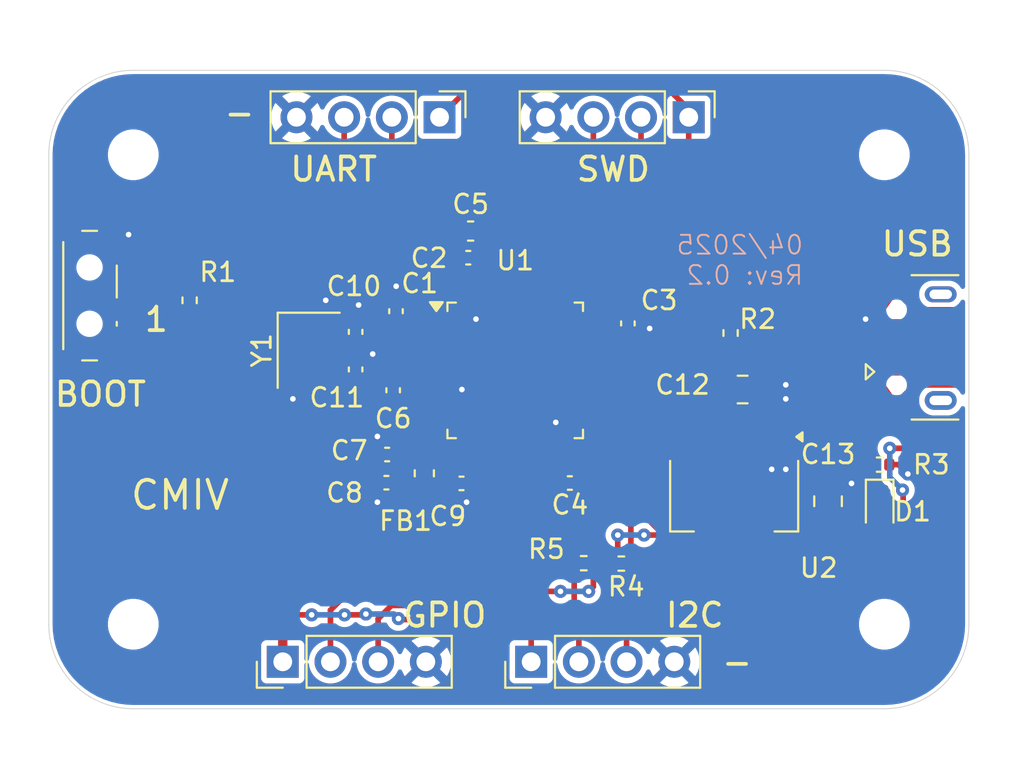
<source format=kicad_pcb>
(kicad_pcb (version 20241229) (generator "pcbnew") (generator_version "9.0")
  (title_block (title "cmiv-stm32f103c8") (date "2025-04-16") (rev "0.2") (company "Oceanus Group LLC"))
  (layers (0 "F.Cu" signal) (2 "B.Cu" power) (13 "F.Paste" user) (15 "B.Paste" user) (5 "F.SilkS" user "F.Silkscreen") (7 "B.SilkS" user "B.Silkscreen") (1 "F.Mask" user) (3 "B.Mask" user) (25 "Edge.Cuts" user))
  (net 0 "")
  (net 1 "GND")
  (net 2 "+3.3V")
  (net 3 "+3.3VA")
  (net 4 "/NRST")
  (net 5 "/HSE_IN")
  (net 6 "/HSE_OUT")
  (net 7 "VBUS")
  (net 8 "/PWR_LED_K")
  (net 12 "/USB_D-")
  (net 13 "/USB_D+")
  (net 16 "/SWCLK")
  (net 17 "/SWDIO")
  (net 18 "/USART1_TX")
  (net 19 "/USART1_RX")
  (net 20 "/I2C2_SDA")
  (net 21 "/I2C2_SCL")
  (net 22 "/BOOT0")
  (net 23 "/SW_BOOT0")
  (net 24 "/PA6")
  (net 32 "/PA7")
  (footprint "MountingHole:MountingHole_2.2mm_M2" (layer "F.Cu") (at 164 78.75)
    (property "Reference" "H2")
    (property "Value" "MountingHole")
    (pad "" np_thru_hole circle (at 0 0) (size 2.2 2.2) (drill 2.2) (layers "*.Cu" "*.Mask"))
  )
  (footprint "Capacitor_SMD:C_0402_1005Metric" (layer "F.Cu") (at 137.48 96.2125 180)
    (property "Reference" "C8" (at 2.23 -0.5375 0) (layer "F.SilkS"))
    (property "Value" "1u")
    (pad "1" smd roundrect (at -0.48 0 180) (size 0.56 0.62) (layers "F.Cu" "F.Mask" "F.Paste") (net 2 "+3.3V"))
    (pad "2" smd roundrect (at 0.48 0 180) (size 0.56 0.62) (layers "F.Cu" "F.Mask" "F.Paste") (net 1 "GND"))
  )
  (footprint "Package_QFP:LQFP-48_7x7mm_P0.5mm" (layer "F.Cu") (at 144.34 90.23)
    (property "Reference" "U1" (at 0 -5.85 0) (layer "F.SilkS"))
    (property "Value" "STM32F103C8T6")
    (pad "1" smd roundrect (at -4.1625 -2.75) (size 1.475 0.3) (layers "F.Cu" "F.Mask" "F.Paste") (net 2 "+3.3V"))
    (pad "2" smd roundrect (at -4.1625 -2.25) (size 1.475 0.3) (layers "F.Cu" "F.Mask" "F.Paste"))
    (pad "3" smd roundrect (at -4.1625 -1.75) (size 1.475 0.3) (layers "F.Cu" "F.Mask" "F.Paste"))
    (pad "4" smd roundrect (at -4.1625 -1.25) (size 1.475 0.3) (layers "F.Cu" "F.Mask" "F.Paste"))
    (pad "5" smd roundrect (at -4.1625 -0.75) (size 1.475 0.3) (layers "F.Cu" "F.Mask" "F.Paste") (net 5 "/HSE_IN"))
    (pad "6" smd roundrect (at -4.1625 -0.25) (size 1.475 0.3) (layers "F.Cu" "F.Mask" "F.Paste") (net 6 "/HSE_OUT"))
    (pad "7" smd roundrect (at -4.1625 0.25) (size 1.475 0.3) (layers "F.Cu" "F.Mask" "F.Paste") (net 4 "/NRST"))
    (pad "8" smd roundrect (at -4.1625 0.75) (size 1.475 0.3) (layers "F.Cu" "F.Mask" "F.Paste") (net 1 "GND"))
    (pad "9" smd roundrect (at -4.1625 1.25) (size 1.475 0.3) (layers "F.Cu" "F.Mask" "F.Paste") (net 3 "+3.3VA"))
    (pad "10" smd roundrect (at -4.1625 1.75) (size 1.475 0.3) (layers "F.Cu" "F.Mask" "F.Paste"))
    (pad "11" smd roundrect (at -4.1625 2.25) (size 1.475 0.3) (layers "F.Cu" "F.Mask" "F.Paste"))
    (pad "12" smd roundrect (at -4.1625 2.75) (size 1.475 0.3) (layers "F.Cu" "F.Mask" "F.Paste"))
    (pad "13" smd roundrect (at -2.75 4.1625) (size 0.3 1.475) (layers "F.Cu" "F.Mask" "F.Paste"))
    (pad "14" smd roundrect (at -2.25 4.1625) (size 0.3 1.475) (layers "F.Cu" "F.Mask" "F.Paste"))
    (pad "15" smd roundrect (at -1.75 4.1625) (size 0.3 1.475) (layers "F.Cu" "F.Mask" "F.Paste"))
    (pad "16" smd roundrect (at -1.25 4.1625) (size 0.3 1.475) (layers "F.Cu" "F.Mask" "F.Paste") (net 24 "/PA6"))
    (pad "17" smd roundrect (at -0.75 4.1625) (size 0.3 1.475) (layers "F.Cu" "F.Mask" "F.Paste") (net 32 "/PA7"))
    (pad "18" smd roundrect (at -0.25 4.1625) (size 0.3 1.475) (layers "F.Cu" "F.Mask" "F.Paste"))
    (pad "19" smd roundrect (at 0.25 4.1625) (size 0.3 1.475) (layers "F.Cu" "F.Mask" "F.Paste"))
    (pad "20" smd roundrect (at 0.75 4.1625) (size 0.3 1.475) (layers "F.Cu" "F.Mask" "F.Paste"))
    (pad "21" smd roundrect (at 1.25 4.1625) (size 0.3 1.475) (layers "F.Cu" "F.Mask" "F.Paste") (net 21 "/I2C2_SCL"))
    (pad "22" smd roundrect (at 1.75 4.1625) (size 0.3 1.475) (layers "F.Cu" "F.Mask" "F.Paste") (net 20 "/I2C2_SDA"))
    (pad "23" smd roundrect (at 2.25 4.1625) (size 0.3 1.475) (layers "F.Cu" "F.Mask" "F.Paste") (net 1 "GND"))
    (pad "24" smd roundrect (at 2.75 4.1625) (size 0.3 1.475) (layers "F.Cu" "F.Mask" "F.Paste") (net 2 "+3.3V"))
    (pad "25" smd roundrect (at 4.1625 2.75) (size 1.475 0.3) (layers "F.Cu" "F.Mask" "F.Paste"))
    (pad "26" smd roundrect (at 4.1625 2.25) (size 1.475 0.3) (layers "F.Cu" "F.Mask" "F.Paste"))
    (pad "27" smd roundrect (at 4.1625 1.75) (size 1.475 0.3) (layers "F.Cu" "F.Mask" "F.Paste"))
    (pad "28" smd roundrect (at 4.1625 1.25) (size 1.475 0.3) (layers "F.Cu" "F.Mask" "F.Paste"))
    (pad "29" smd roundrect (at 4.1625 0.75) (size 1.475 0.3) (layers "F.Cu" "F.Mask" "F.Paste"))
    (pad "30" smd roundrect (at 4.1625 0.25) (size 1.475 0.3) (layers "F.Cu" "F.Mask" "F.Paste"))
    (pad "31" smd roundrect (at 4.1625 -0.25) (size 1.475 0.3) (layers "F.Cu" "F.Mask" "F.Paste"))
    (pad "32" smd roundrect (at 4.1625 -0.75) (size 1.475 0.3) (layers "F.Cu" "F.Mask" "F.Paste") (net 12 "/USB_D-"))
    (pad "33" smd roundrect (at 4.1625 -1.25) (size 1.475 0.3) (layers "F.Cu" "F.Mask" "F.Paste") (net 13 "/USB_D+"))
    (pad "34" smd roundrect (at 4.1625 -1.75) (size 1.475 0.3) (layers "F.Cu" "F.Mask" "F.Paste") (net 17 "/SWDIO"))
    (pad "35" smd roundrect (at 4.1625 -2.25) (size 1.475 0.3) (layers "F.Cu" "F.Mask" "F.Paste") (net 1 "GND"))
    (pad "36" smd roundrect (at 4.1625 -2.75) (size 1.475 0.3) (layers "F.Cu" "F.Mask" "F.Paste") (net 2 "+3.3V"))
    (pad "37" smd roundrect (at 2.75 -4.1625) (size 0.3 1.475) (layers "F.Cu" "F.Mask" "F.Paste") (net 16 "/SWCLK"))
    (pad "38" smd roundrect (at 2.25 -4.1625) (size 0.3 1.475) (layers "F.Cu" "F.Mask" "F.Paste"))
    (pad "39" smd roundrect (at 1.75 -4.1625) (size 0.3 1.475) (layers "F.Cu" "F.Mask" "F.Paste"))
    (pad "40" smd roundrect (at 1.25 -4.1625) (size 0.3 1.475) (layers "F.Cu" "F.Mask" "F.Paste"))
    (pad "41" smd roundrect (at 0.75 -4.1625) (size 0.3 1.475) (layers "F.Cu" "F.Mask" "F.Paste"))
    (pad "42" smd roundrect (at 0.25 -4.1625) (size 0.3 1.475) (layers "F.Cu" "F.Mask" "F.Paste") (net 18 "/USART1_TX"))
    (pad "43" smd roundrect (at -0.25 -4.1625) (size 0.3 1.475) (layers "F.Cu" "F.Mask" "F.Paste") (net 19 "/USART1_RX"))
    (pad "44" smd roundrect (at -0.75 -4.1625) (size 0.3 1.475) (layers "F.Cu" "F.Mask" "F.Paste") (net 22 "/BOOT0"))
    (pad "45" smd roundrect (at -1.25 -4.1625) (size 0.3 1.475) (layers "F.Cu" "F.Mask" "F.Paste"))
    (pad "46" smd roundrect (at -1.75 -4.1625) (size 0.3 1.475) (layers "F.Cu" "F.Mask" "F.Paste"))
    (pad "47" smd roundrect (at -2.25 -4.1625) (size 0.3 1.475) (layers "F.Cu" "F.Mask" "F.Paste") (net 1 "GND"))
    (pad "48" smd roundrect (at -2.75 -4.1625) (size 0.3 1.475) (layers "F.Cu" "F.Mask" "F.Paste") (net 2 "+3.3V"))
  )
  (footprint "Resistor_SMD:R_0402_1005Metric" (layer "F.Cu") (at 147.99 100.5 180)
    (property "Reference" "R5" (at 1.99 0.75 180) (layer "F.SilkS"))
    (property "Value" "1k5")
    (pad "1" smd roundrect (at -0.51 0 180) (size 0.54 0.64) (layers "F.Cu" "F.Mask" "F.Paste") (net 2 "+3.3V"))
    (pad "2" smd roundrect (at 0.51 0 180) (size 0.54 0.64) (layers "F.Cu" "F.Mask" "F.Paste") (net 21 "/I2C2_SCL"))
  )
  (footprint "Capacitor_SMD:C_0402_1005Metric" (layer "F.Cu") (at 137.52 94.7125 180)
    (property "Reference" "C7" (at 2.02 0.2125 0) (layer "F.SilkS"))
    (property "Value" "1u")
    (pad "1" smd roundrect (at -0.48 0 180) (size 0.56 0.62) (layers "F.Cu" "F.Mask" "F.Paste") (net 3 "+3.3VA"))
    (pad "2" smd roundrect (at 0.48 0 180) (size 0.56 0.62) (layers "F.Cu" "F.Mask" "F.Paste") (net 1 "GND"))
  )
  (footprint "Resistor_SMD:R_0402_1005Metric" (layer "F.Cu") (at 163.75 95.25)
    (property "Reference" "R3" (at 2.75 0 180) (layer "F.SilkS"))
    (property "Value" "1k5")
    (pad "1" smd roundrect (at -0.51 0) (size 0.54 0.64) (layers "F.Cu" "F.Mask" "F.Paste") (net 8 "/PWR_LED_K"))
    (pad "2" smd roundrect (at 0.51 0) (size 0.54 0.64) (layers "F.Cu" "F.Mask" "F.Paste") (net 1 "GND"))
  )
  (footprint "Button_Switch_SMD:SW_SPDT_PCM12" (layer "F.Cu") (at 122 86.25 -90)
    (property "Reference" "BOOT" (at 5.25 -0.25 180) (layer "F.SilkS") (effects (font (size 1.25 1.25) (thickness 0.2))))
    (property "Value" "SW_SPDT")
    (pad "" smd rect (at -3.65 -0.78 270) (size 1 0.8) (layers "F.Cu" "F.Mask" "F.Paste"))
    (pad "" smd rect (at -3.65 1.43 270) (size 1 0.8) (layers "F.Cu" "F.Mask" "F.Paste"))
    (pad "" np_thru_hole circle (at -1.5 0.33 270) (size 0.9 0.9) (drill 0.9) (layers "*.Cu" "*.Mask"))
    (pad "" np_thru_hole circle (at 1.5 0.33 270) (size 0.9 0.9) (drill 0.9) (layers "*.Cu" "*.Mask"))
    (pad "" smd rect (at 3.65 -0.78 270) (size 1 0.8) (layers "F.Cu" "F.Mask" "F.Paste"))
    (pad "" smd rect (at 3.65 1.43 270) (size 1 0.8) (layers "F.Cu" "F.Mask" "F.Paste"))
    (pad "1" smd rect (at -2.25 -1.43 270) (size 0.7 1.5) (layers "F.Cu" "F.Mask" "F.Paste") (net 1 "GND"))
    (pad "2" smd rect (at 0.75 -1.43 270) (size 0.7 1.5) (layers "F.Cu" "F.Mask" "F.Paste") (net 23 "/SW_BOOT0"))
    (pad "3" smd rect (at 2.25 -1.43 270) (size 0.7 1.5) (layers "F.Cu" "F.Mask" "F.Paste") (net 2 "+3.3V"))
  )
  (footprint "MountingHole:MountingHole_2.2mm_M2" (layer "F.Cu") (at 124 78.75)
    (property "Reference" "H1")
    (property "Value" "MountingHole")
    (pad "" np_thru_hole circle (at 0 0) (size 2.2 2.2) (drill 2.2) (layers "*.Cu" "*.Mask"))
  )
  (footprint "Capacitor_SMD:C_0402_1005Metric" (layer "F.Cu") (at 150.34 87.73 -90)
    (property "Reference" "C3" (at -1.23 -1.66 180) (layer "F.SilkS"))
    (property "Value" "100n")
    (pad "1" smd roundrect (at -0.48 0 270) (size 0.56 0.62) (layers "F.Cu" "F.Mask" "F.Paste") (net 2 "+3.3V"))
    (pad "2" smd roundrect (at 0.48 0 270) (size 0.56 0.62) (layers "F.Cu" "F.Mask" "F.Paste") (net 1 "GND"))
  )
  (footprint "Capacitor_SMD:C_0805_2012Metric" (layer "F.Cu") (at 156.45 91.25)
    (property "Reference" "C12" (at -3.2 -0.25 0) (layer "F.SilkS"))
    (property "Value" "22u")
    (pad "1" smd roundrect (at -0.95 0) (size 1 1.45) (layers "F.Cu" "F.Mask" "F.Paste") (net 7 "VBUS"))
    (pad "2" smd roundrect (at 0.95 0) (size 1 1.45) (layers "F.Cu" "F.Mask" "F.Paste") (net 1 "GND"))
  )
  (footprint "Capacitor_SMD:C_0402_1005Metric" (layer "F.Cu") (at 137.99 87.08 90)
    (property "Reference" "C1" (at 1.48 1.26 180) (layer "F.SilkS"))
    (property "Value" "100n")
    (pad "1" smd roundrect (at -0.48 0 90) (size 0.56 0.62) (layers "F.Cu" "F.Mask" "F.Paste") (net 2 "+3.3V"))
    (pad "2" smd roundrect (at 0.48 0 90) (size 0.56 0.62) (layers "F.Cu" "F.Mask" "F.Paste") (net 1 "GND"))
  )
  (footprint "Resistor_SMD:R_0402_1005Metric" (layer "F.Cu") (at 149.99 100.52)
    (property "Reference" "R4" (at 0.26 1.23 180) (layer "F.SilkS"))
    (property "Value" "1k5")
    (pad "1" smd roundrect (at -0.51 0) (size 0.54 0.64) (layers "F.Cu" "F.Mask" "F.Paste") (net 2 "+3.3V"))
    (pad "2" smd roundrect (at 0.51 0) (size 0.54 0.64) (layers "F.Cu" "F.Mask" "F.Paste") (net 20 "/I2C2_SDA"))
  )
  (footprint "Capacitor_SMD:C_0402_1005Metric" (layer "F.Cu") (at 135.84 88.18 90)
    (property "Reference" "C10" (at 2.43 -0.09 180) (layer "F.SilkS"))
    (property "Value" "10p")
    (pad "1" smd roundrect (at -0.48 0 90) (size 0.56 0.62) (layers "F.Cu" "F.Mask" "F.Paste") (net 5 "/HSE_IN"))
    (pad "2" smd roundrect (at 0.48 0 90) (size 0.56 0.62) (layers "F.Cu" "F.Mask" "F.Paste") (net 1 "GND"))
  )
  (footprint "Capacitor_SMD:C_0402_1005Metric" (layer "F.Cu") (at 137.84 91.29 90)
    (property "Reference" "C6" (at -1.5 0 180) (layer "F.SilkS"))
    (property "Value" "10n")
    (pad "1" smd roundrect (at -0.48 0 90) (size 0.56 0.62) (layers "F.Cu" "F.Mask" "F.Paste") (net 3 "+3.3VA"))
    (pad "2" smd roundrect (at 0.48 0 90) (size 0.56 0.62) (layers "F.Cu" "F.Mask" "F.Paste") (net 1 "GND"))
  )
  (footprint "Resistor_SMD:R_0402_1005Metric" (layer "F.Cu") (at 127 86.5 90)
    (property "Reference" "R1" (at 1.5 1.5 180) (layer "F.SilkS"))
    (property "Value" "10k")
    (pad "1" smd roundrect (at -0.51 0 90) (size 0.54 0.64) (layers "F.Cu" "F.Mask" "F.Paste") (net 23 "/SW_BOOT0"))
    (pad "2" smd roundrect (at 0.51 0 90) (size 0.54 0.64) (layers "F.Cu" "F.Mask" "F.Paste") (net 22 "/BOOT0"))
  )
  (footprint "Inductor_SMD:L_0603_1608Metric" (layer "F.Cu") (at 139.5 95.7125 90)
    (property "Reference" "FB1" (at -2.5375 -1 180) (layer "F.SilkS"))
    (property "Value" "120R")
    (pad "1" smd roundrect (at -0.7875 0 90) (size 0.875 0.95) (layers "F.Cu" "F.Mask" "F.Paste") (net 2 "+3.3V"))
    (pad "2" smd roundrect (at 0.7875 0 90) (size 0.875 0.95) (layers "F.Cu" "F.Mask" "F.Paste") (net 3 "+3.3VA"))
  )
  (footprint "Package_TO_SOT_SMD:SOT-223-3_TabPin2" (layer "F.Cu") (at 156 96.9 -90)
    (property "Reference" "U2" (at 3.85 -4.5 0) (layer "F.SilkS"))
    (property "Value" "AMS1117-3.3")
    (pad "1" smd roundrect (at -3.15 -2.3 270) (size 2 1.5) (layers "F.Cu" "F.Mask" "F.Paste") (net 1 "GND"))
    (pad "2" smd roundrect (at -3.15 0 270) (size 2 1.5) (layers "F.Cu" "F.Mask" "F.Paste") (net 2 "+3.3V"))
    (pad "2" smd roundrect (at 3.15 0 270) (size 2 3.8) (layers "F.Cu" "F.Mask" "F.Paste") (net 2 "+3.3V"))
    (pad "3" smd roundrect (at -3.15 2.3 270) (size 2 1.5) (layers "F.Cu" "F.Mask" "F.Paste") (net 7 "VBUS"))
  )
  (footprint "Crystal:Crystal_SMD_3225-4Pin_3.2x2.5mm" (layer "F.Cu") (at 133.34 89.16 -90)
    (property "Reference" "Y1" (at 0 2.5 90) (layer "F.SilkS"))
    (property "Value" "16MHz")
    (pad "1" smd rect (at -1.1 0.85 270) (size 1.4 1.2) (layers "F.Cu" "F.Mask" "F.Paste") (net 5 "/HSE_IN"))
    (pad "2" smd rect (at 1.1 0.85 270) (size 1.4 1.2) (layers "F.Cu" "F.Mask" "F.Paste") (net 1 "GND"))
    (pad "3" smd rect (at 1.1 -0.85 270) (size 1.4 1.2) (layers "F.Cu" "F.Mask" "F.Paste") (net 6 "/HSE_OUT"))
    (pad "4" smd rect (at -1.1 -0.85 270) (size 1.4 1.2) (layers "F.Cu" "F.Mask" "F.Paste") (net 1 "GND"))
  )
  (footprint "Connector_USB:USB_Micro-B_XKB_U254-051T-4BH83-F1S" (layer "F.Cu") (at 166.61 89.005 90)
    (property "Reference" "USB" (at 5.505 -0.86 180) (layer "F.SilkS") (effects (font (size 1.25 1.25) (thickness 0.2))))
    (property "Value" "USB_B_Micro")
    (pad "" np_thru_hole circle (at -2 -1.96 90) (size 0.6 0.6) (drill 0.6) (layers "*.Cu" "*.Mask"))
    (pad "" np_thru_hole circle (at 2 -1.96 90) (size 0.6 0.6) (drill 0.6) (layers "*.Cu" "*.Mask"))
    (pad "1" smd rect (at -1.3 -2.285 90) (size 0.4 1.35) (layers "F.Cu" "F.Mask" "F.Paste") (net 7 "VBUS"))
    (pad "2" smd rect (at -0.65 -2.285 90) (size 0.4 1.35) (layers "F.Cu" "F.Mask" "F.Paste") (net 12 "/USB_D-"))
    (pad "3" smd rect (at 0 -2.285 90) (size 0.4 1.35) (layers "F.Cu" "F.Mask" "F.Paste") (net 13 "/USB_D+"))
    (pad "4" smd rect (at 0.65 -2.285 90) (size 0.4 1.35) (layers "F.Cu" "F.Mask" "F.Paste"))
    (pad "5" smd rect (at 1.3 -2.285 90) (size 0.4 1.35) (layers "F.Cu" "F.Mask" "F.Paste") (net 1 "GND"))
    (pad "6" smd custom (at -3.1 -2.16 90) (size 1 1.1) (layers "F.Cu" "F.Mask" "F.Paste") (options (clearance outline) (anchor rect)) (primitives (gr_poly (pts (xy 0.8 0.8) (xy -1.05 0.8) (xy -1.05 -0.8) (xy 1.05 -0.8) (xy 1.05 -0.35) (xy 0.55 0) (xy 0.55 0.4) (xy 0.8 0.65)) (width 0) (fill yes))))
    (pad "6" thru_hole oval (at -2.825 0.39 90) (size 1 1.7) (drill oval 0.5 1.2) (property pad_prop_heatsink) (layers "*.Cu" "*.Mask"))
    (pad "6" smd rect (at -1.2 0.39 90) (size 1.9 1.9) (layers "F.Cu" "F.Mask" "F.Paste"))
    (pad "6" smd rect (at 1.2 0.39 90) (size 1.9 1.9) (layers "F.Cu" "F.Mask" "F.Paste"))
    (pad "6" thru_hole oval (at 2.825 0.39 90) (size 0.85 1.7) (drill oval 0.5 1.2) (property pad_prop_heatsink) (layers "*.Cu" "*.Mask"))
    (pad "6" smd custom (at 3.1 -2.16 90) (size 1 1.1) (layers "F.Cu" "F.Mask" "F.Paste") (options (clearance outline) (anchor rect)) (primitives (gr_poly (pts (xy -0.8 0.8) (xy 1.05 0.8) (xy 1.05 -0.8) (xy -1.05 -0.8) (xy -1.05 -0.35) (xy -0.55 0) (xy -0.55 0.4) (xy -0.8 0.65)) (width 0) (fill yes))))
  )
  (footprint "MountingHole:MountingHole_2.2mm_M2" (layer "F.Cu") (at 124 103.75)
    (property "Reference" "H3")
    (property "Value" "MountingHole")
    (pad "" np_thru_hole circle (at 0 0) (size 2.2 2.2) (drill 2.2) (layers "*.Cu" "*.Mask"))
  )
  (footprint "MountingHole:MountingHole_2.2mm_M2" (layer "F.Cu") (at 164 103.75)
    (property "Reference" "H4")
    (property "Value" "MountingHole")
    (pad "" np_thru_hole circle (at 0 0) (size 2.2 2.2) (drill 2.2) (layers "*.Cu" "*.Mask"))
  )
  (footprint "Connector_PinHeader_2.54mm:PinHeader_1x04_P2.54mm_Vertical" (layer "F.Cu") (at 131.96 105.75 90)
    (property "Reference" "J5")
    (property "Value" "Conn_01x04_Pin")
    (pad "1" thru_hole rect (at 0 0 90) (size 1.7 1.7) (drill 1) (layers "*.Cu" "*.Mask") (net 2 "+3.3V"))
    (pad "2" thru_hole circle (at 0 2.54 90) (size 1.7 1.7) (drill 1) (layers "*.Cu" "*.Mask") (net 24 "/PA6"))
    (pad "3" thru_hole circle (at 0 5.08 90) (size 1.7 1.7) (drill 1) (layers "*.Cu" "*.Mask") (net 32 "/PA7"))
    (pad "4" thru_hole circle (at 0 7.62 90) (size 1.7 1.7) (drill 1) (layers "*.Cu" "*.Mask") (net 1 "GND"))
  )
  (footprint "Capacitor_SMD:C_0402_1005Metric" (layer "F.Cu") (at 141.84 84.23)
    (property "Reference" "C2" (at -2.09 0.02 0) (layer "F.SilkS"))
    (property "Value" "100n")
    (pad "1" smd roundrect (at -0.48 0) (size 0.56 0.62) (layers "F.Cu" "F.Mask" "F.Paste") (net 2 "+3.3V"))
    (pad "2" smd roundrect (at 0.48 0) (size 0.56 0.62) (layers "F.Cu" "F.Mask" "F.Paste") (net 1 "GND"))
  )
  (footprint "Resistor_SMD:R_0402_1005Metric" (layer "F.Cu") (at 155.81 88.24 -90)
    (property "Reference" "R2" (at -0.74 -1.44 180) (layer "F.SilkS"))
    (property "Value" "1k5")
    (pad "1" smd roundrect (at -0.51 0 270) (size 0.54 0.64) (layers "F.Cu" "F.Mask" "F.Paste") (net 2 "+3.3V"))
    (pad "2" smd roundrect (at 0.51 0 270) (size 0.54 0.64) (layers "F.Cu" "F.Mask" "F.Paste") (net 13 "/USB_D+"))
  )
  (footprint "Connector_PinHeader_2.54mm:PinHeader_1x04_P2.54mm_Vertical" (layer "F.Cu") (at 140.31 76.75 -90)
    (property "Reference" "J3")
    (property "Value" "Conn_01x04_Pin")
    (pad "1" thru_hole rect (at 0 0 270) (size 1.7 1.7) (drill 1) (layers "*.Cu" "*.Mask") (net 2 "+3.3V"))
    (pad "2" thru_hole circle (at 0 2.54 270) (size 1.7 1.7) (drill 1) (layers "*.Cu" "*.Mask") (net 18 "/USART1_TX"))
    (pad "3" thru_hole circle (at 0 5.08 270) (size 1.7 1.7) (drill 1) (layers "*.Cu" "*.Mask") (net 19 "/USART1_RX"))
    (pad "4" thru_hole circle (at 0 7.62 270) (size 1.7 1.7) (drill 1) (layers "*.Cu" "*.Mask") (net 1 "GND"))
  )
  (footprint "Capacitor_SMD:C_0402_1005Metric" (layer "F.Cu") (at 147.25 96.23 180)
    (property "Reference" "C4" (at 0 -1.16 0) (layer "F.SilkS"))
    (property "Value" "100n")
    (pad "1" smd roundrect (at -0.48 0 180) (size 0.56 0.62) (layers "F.Cu" "F.Mask" "F.Paste") (net 2 "+3.3V"))
    (pad "2" smd roundrect (at 0.48 0 180) (size 0.56 0.62) (layers "F.Cu" "F.Mask" "F.Paste") (net 1 "GND"))
  )
  (footprint "Capacitor_SMD:C_0603_1608Metric" (layer "F.Cu") (at 141.965 82.81)
    (property "Reference" "C5" (at 0 -1.43 0) (layer "F.SilkS"))
    (property "Value" "10u")
    (pad "1" smd roundrect (at -0.775 0) (size 0.9 0.95) (layers "F.Cu" "F.Mask" "F.Paste") (net 2 "+3.3V"))
    (pad "2" smd roundrect (at 0.775 0) (size 0.9 0.95) (layers "F.Cu" "F.Mask" "F.Paste") (net 1 "GND"))
  )
  (footprint "Capacitor_SMD:C_0805_2012Metric" (layer "F.Cu") (at 161 97.2 90)
    (property "Reference" "C13" (at 2.5 0 0) (layer "F.SilkS"))
    (property "Value" "22u")
    (pad "1" smd roundrect (at -0.95 0 90) (size 1 1.45) (layers "F.Cu" "F.Mask" "F.Paste") (net 2 "+3.3V"))
    (pad "2" smd roundrect (at 0.95 0 90) (size 1 1.45) (layers "F.Cu" "F.Mask" "F.Paste") (net 1 "GND"))
  )
  (footprint "Connector_PinHeader_2.54mm:PinHeader_1x04_P2.54mm_Vertical" (layer "F.Cu") (at 153.58 76.75 -90)
    (property "Reference" "J2")
    (property "Value" "Conn_01x04_Pin")
    (pad "1" thru_hole rect (at 0 0 270) (size 1.7 1.7) (drill 1) (layers "*.Cu" "*.Mask") (net 2 "+3.3V"))
    (pad "2" thru_hole circle (at 0 2.54 270) (size 1.7 1.7) (drill 1) (layers "*.Cu" "*.Mask") (net 17 "/SWDIO"))
    (pad "3" thru_hole circle (at 0 5.08 270) (size 1.7 1.7) (drill 1) (layers "*.Cu" "*.Mask") (net 16 "/SWCLK"))
    (pad "4" thru_hole circle (at 0 7.62 270) (size 1.7 1.7) (drill 1) (layers "*.Cu" "*.Mask") (net 1 "GND"))
  )
  (footprint "Connector_PinHeader_2.54mm:PinHeader_1x04_P2.54mm_Vertical" (layer "F.Cu") (at 145.19 105.75 90)
    (property "Reference" "J4")
    (property "Value" "Conn_01x04_Pin")
    (pad "1" thru_hole rect (at 0 0 90) (size 1.7 1.7) (drill 1) (layers "*.Cu" "*.Mask") (net 2 "+3.3V"))
    (pad "2" thru_hole circle (at 0 2.54 90) (size 1.7 1.7) (drill 1) (layers "*.Cu" "*.Mask") (net 21 "/I2C2_SCL"))
    (pad "3" thru_hole circle (at 0 5.08 90) (size 1.7 1.7) (drill 1) (layers "*.Cu" "*.Mask") (net 20 "/I2C2_SDA"))
    (pad "4" thru_hole circle (at 0 7.62 90) (size 1.7 1.7) (drill 1) (layers "*.Cu" "*.Mask") (net 1 "GND"))
  )
  (footprint "Capacitor_SMD:C_0402_1005Metric" (layer "F.Cu") (at 135.84 90.18 90)
    (property "Reference" "C11" (at -1.5 -1 180) (layer "F.SilkS"))
    (property "Value" "10p")
    (pad "1" smd roundrect (at -0.48 0 90) (size 0.56 0.62) (layers "F.Cu" "F.Mask" "F.Paste") (net 6 "/HSE_OUT"))
    (pad "2" smd roundrect (at 0.48 0 90) (size 0.56 0.62) (layers "F.Cu" "F.Mask" "F.Paste") (net 1 "GND"))
  )
  (footprint "Capacitor_SMD:C_0402_1005Metric" (layer "F.Cu") (at 141.48 96.25)
    (property "Reference" "C9" (at -0.73 1.75 0) (layer "F.SilkS"))
    (property "Value" "100n")
    (pad "1" smd roundrect (at -0.48 0) (size 0.56 0.62) (layers "F.Cu" "F.Mask" "F.Paste") (net 4 "/NRST"))
    (pad "2" smd roundrect (at 0.48 0) (size 0.56 0.62) (layers "F.Cu" "F.Mask" "F.Paste") (net 1 "GND"))
  )
  (footprint "LED_SMD:LED_0603_1608Metric" (layer "F.Cu") (at 163.75 97.5375 -90)
    (property "Reference" "D1" (at 0.2125 -1.75 180) (layer "F.SilkS"))
    (property "Value" "RED")
    (pad "1" smd roundrect (at -0.7875 0 270) (size 0.875 0.95) (layers "F.Cu" "F.Mask" "F.Paste") (net 8 "/PWR_LED_K"))
    (pad "2" smd roundrect (at 0.7875 0 270) (size 0.875 0.95) (layers "F.Cu" "F.Mask" "F.Paste") (net 2 "+3.3V"))
  )
  (gr_arc (start 164 74.25) (mid 167.181981 75.568019) (end 168.5 78.75) (stroke (width 0.05)) (layer "Edge.Cuts"))
  (gr_arc (start 124 108.25) (mid 120.818019 106.931981) (end 119.5 103.75) (stroke (width 0.05)) (layer "Edge.Cuts"))
  (gr_line (start 164 74.25) (end 124 74.25) (stroke (width 0.05)) (layer "Edge.Cuts"))
  (gr_arc (start 119.5 78.75) (mid 120.818019 75.568019) (end 124 74.25) (stroke (width 0.05)) (layer "Edge.Cuts"))
  (gr_line (start 168.5 103.75) (end 168.5 78.75) (stroke (width 0.05)) (layer "Edge.Cuts"))
  (gr_line (start 119.5 103.75) (end 119.5 78.75) (stroke (width 0.05)) (layer "Edge.Cuts"))
  (gr_arc (start 168.5 103.75) (mid 167.181981 106.931981) (end 164 108.25) (stroke (width 0.05)) (layer "Edge.Cuts"))
  (gr_line (start 164 108.25) (end 124 108.25) (stroke (width 0.05)) (layer "Edge.Cuts"))
  (gr_text "GPIO" (at 138.25 104 0) (layer "F.SilkS") (effects (font (size 1.25 1.25) (thickness 0.2)) (justify left bottom)))
  (gr_text "SWD" (at 147.5 80.25 0) (layer "F.SilkS") (effects (font (size 1.25 1.25) (thickness 0.2)) (justify left bottom)))
  (gr_text "UART" (at 132.25 80.25 0) (layer "F.SilkS") (effects (font (size 1.25 1.25) (thickness 0.2) (bold yes)) (justify left bottom)))
  (gr_text "CMIV" (at 123.75 97.75 0) (layer "F.SilkS") (effects (font (size 1.5 1.5) (thickness 0.2)) (justify left bottom)))
  (gr_text "I2C" (at 152.25 104 0) (layer "F.SilkS") (effects (font (size 1.25 1.25) (thickness 0.2)) (justify left bottom)))
  (gr_text "-" (at 155.25 106.5 0) (layer "F.SilkS") (effects (font (size 1.25 1.25) (thickness 0.2)) (justify left bottom)))
  (gr_text "-" (at 128.75 77.25 0) (layer "F.SilkS") (effects (font (size 1.25 1.25) (thickness 0.2)) (justify left bottom)))
  (gr_text "1" (at 124.5 88.25 0) (layer "F.SilkS") (effects (font (size 1.25 1.25) (thickness 0.2)) (justify left bottom)))
  (gr_text "04/2025\nRev: 0.2" (at 159.75 85.75 0) (layer "B.SilkS") (effects (font (size 1 1) (thickness 0.1)) (justify left bottom mirror)))
  (segment (start 141.96 96.25) (end 141.96 97.04) (width 0.5) (layer "F.Cu") (net 1))
  (segment (start 146.59 93.09) (end 146.5 93) (width 0.3) (layer "F.Cu") (net 1))
  (segment (start 146.59 94.3925) (end 146.59 93.09) (width 0.3) (layer "F.Cu") (net 1))
  (segment (start 149.41 87.98) (end 149.64 88.21) (width 0.3) (layer "F.Cu") (net 1))
  (segment (start 142.09 87.34) (end 142.25 87.5) (width 0.3) (layer "F.Cu") (net 1))
  (segment (start 123.75 83.68) (end 123.75 83) (width 0.5) (layer "F.Cu") (net 1))
  (segment (start 137.99 86.6) (end 137.99 85.76) (width 0.5) (layer "F.Cu") (net 1))
  (segment (start 148.5025 87.98) (end 149.41 87.98) (width 0.3) (layer "F.Cu") (net 1))
  (segment (start 138.99 90.81) (end 137.84 90.81) (width 0.3) (layer "F.Cu") (net 1))
  (segment (start 137.99 85.76) (end 138 85.75) (width 0.5) (layer "F.Cu") (net 1))
  (segment (start 164.325 87.705) (end 163.205 87.705) (width 0.3) (layer "F.Cu") (net 1))
  (segment (start 142.74 82.81) (end 142.74 83.31) (width 0.3) (layer "F.Cu") (net 1))
  (segment (start 163.205 87.705) (end 163 87.5) (width 0.3) (layer "F.Cu") (net 1))
  (segment (start 137 96.2125) (end 137 97.25) (width 0.5) (layer "F.Cu") (net 1))
  (segment (start 146.59 94.3925) (end 146.59 96.05) (width 0.3) (layer "F.Cu") (net 1))
  (segment (start 132.49 90.26) (end 132.49 91.74) (width 0.5) (layer "F.Cu") (net 1))
  (segment (start 139.16 90.98) (end 138.99 90.81) (width 0.3) (layer "F.Cu") (net 1))
  (segment (start 164.75 95.25) (end 165.25 95.75) (width 0.3) (layer "F.Cu") (net 1))
  (segment (start 135.84 86.91) (end 136 86.75) (width 0.5) (layer "F.Cu") (net 1))
  (segment (start 135.84 87.7) (end 135.84 86.91) (width 0.5) (layer "F.Cu") (net 1))
  (segment (start 150.34 88.21) (end 151.29 88.21) (width 0.3) (layer "F.Cu") (net 1))
  (segment (start 132.49 91.74) (end 132.5 91.75) (width 0.5) (layer "F.Cu") (net 1))
  (segment (start 137.04 93.79) (end 137 93.75) (width 0.5) (layer "F.Cu") (net 1))
  (segment (start 142.32 84.995466) (end 142.09 85.225466) (width 0.3) (layer "F.Cu") (net 1))
  (segment (start 137.04 94.7125) (end 137.04 93.79) (width 0.5) (layer "F.Cu") (net 1))
  (segment (start 136.41 89.7) (end 136.75 89.36) (width 0.5) (layer "F.Cu") (net 1))
  (segment (start 142.32 84.23) (end 142.32 84.995466) (width 0.3) (layer "F.Cu") (net 1))
  (segment (start 141.96 97.04) (end 141.75 97.25) (width 0.5) (layer "F.Cu") (net 1))
  (segment (start 134.19 86.56) (end 134.25 86.5) (width 0.5) (layer "F.Cu") (net 1))
  (segment (start 123.43 84) (end 123.75 83.68) (width 0.5) (layer "F.Cu") (net 1))
  (segment (start 142.09 85.225466) (end 142.09 86.0675) (width 0.3) (layer "F.Cu") (net 1))
  (segment (start 140.1775 90.98) (end 139.16 90.98) (width 0.3) (layer "F.Cu") (net 1))
  (segment (start 141.23 90.98) (end 141.5 91.25) (width 0.3) (layer "F.Cu") (net 1))
  (segment (start 146.59 96.05) (end 146.77 96.23) (width 0.3) (layer "F.Cu") (net 1))
  (segment (start 142.74 83.31) (end 142.32 83.73) (width 0.3) (layer "F.Cu") (net 1))
  (segment (start 151.29 88.21) (end 151.5 88) (width 0.3) (layer "F.Cu") (net 1))
  (segment (start 142.09 86.0675) (end 142.09 87.34) (width 0.3) (layer "F.Cu") (net 1))
  (segment (start 135.84 89.7) (end 136.41 89.7) (width 0.5) (layer "F.Cu") (net 1))
  (segment (start 140.1775 90.98) (end 141.23 90.98) (width 0.3) (layer "F.Cu") (net 1))
  (segment (start 149.64 88.21) (end 150.34 88.21) (width 0.3) (layer "F.Cu") (net 1))
  (segment (start 134.19 88.06) (end 134.19 86.56) (width 0.5) (layer "F.Cu") (net 1))
  (segment (start 142.32 83.73) (end 142.32 84.23) (width 0.3) (layer "F.Cu") (net 1))
  (segment (start 164.26 95.25) (end 164.75 95.25) (width 0.3) (layer "F.Cu") (net 1))
  (via (at 165.25 95.75) (size 0.7) (drill 0.3) (layers "F.Cu" "B.Cu") (net 1))
  (via (at 132.5 91.75) (size 0.7) (drill 0.3) (layers "F.Cu" "B.Cu") (net 1))
  (via (at 151.5 88) (size 0.7) (drill 0.3) (layers "F.Cu" "B.Cu") (net 1))
  (via (at 137 97.25) (size 0.7) (drill 0.3) (layers "F.Cu" "B.Cu") (net 1))
  (via (at 158.75 91) (size 0.7) (drill 0.3) (layers "F.Cu" "B.Cu") (net 1))
  (via (at 163 87.5) (size 0.7) (drill 0.3) (layers "F.Cu" "B.Cu") (net 1))
  (via (at 158.75 91.75) (size 0.7) (drill 0.3) (layers "F.Cu" "B.Cu") (net 1))
  (via (at 136 86.75) (size 0.7) (drill 0.3) (layers "F.Cu" "B.Cu") (net 1))
  (via (at 146.5 93) (size 0.7) (drill 0.3) (layers "F.Cu" "B.Cu") (net 1))
  (via (at 123.75 83) (size 0.7) (drill 0.3) (layers "F.Cu" "B.Cu") (net 1))
  (via (at 137 93.75) (size 0.7) (drill 0.3) (layers "F.Cu" "B.Cu") (net 1))
  (via (at 141.75 97.25) (size 0.7) (drill 0.3) (layers "F.Cu" "B.Cu") (net 1))
  (via (at 141.5 91.25) (size 0.7) (drill 0.3) (layers "F.Cu" "B.Cu") (net 1))
  (via (at 138 85.75) (size 0.7) (drill 0.3) (layers "F.Cu" "B.Cu") (net 1))
  (via (at 162.25 96.25) (size 0.7) (drill 0.3) (layers "F.Cu" "B.Cu") (net 1))
  (via (at 134.25 86.5) (size 0.7) (drill 0.3) (layers "F.Cu" "B.Cu") (net 1))
  (via (at 158 95.5) (size 0.7) (drill 0.3) (layers "F.Cu" "B.Cu") (net 1))
  (via (at 158.75 95.5) (size 0.7) (drill 0.3) (layers "F.Cu" "B.Cu") (net 1))
  (via (at 142.25 87.5) (size 0.7) (drill 0.3) (layers "F.Cu" "B.Cu") (net 1))
  (via (at 136.75 89.36) (size 0.7) (drill 0.3) (layers "F.Cu" "B.Cu") (net 1))
  (segment (start 128 101.25) (end 130 103.25) (width 0.3) (layer "F.Cu") (net 2))
  (segment (start 157.25 82.75) (end 153.58 79.08) (width 0.3) (layer "F.Cu") (net 2))
  (segment (start 164.75 99.5) (end 165 99.25) (width 0.3) (layer "F.Cu") (net 2))
  (segment (start 164 82.75) (end 157.25 82.75) (width 0.3) (layer "F.Cu") (net 2))
  (segment (start 160 102.25) (end 162.5 99.75) (width 0.3) (layer "F.Cu") (net 2))
  (segment (start 147.73 96.23) (end 149.48 96.23) (width 0.3) (layer "F.Cu") (net 2))
  (segment (start 133.75 102) (end 133.25 102) (width 0.5) (layer "F.Cu") (net 2))
  (segment (start 164.287794 94.38) (end 164.25 94.342206) (width 0.3) (layer "F.Cu") (net 2))
  (segment (start 139.5 98.25) (end 137.5 98.25) (width 0.5) (layer "F.Cu") (net 2))
  (segment (start 152 98.75) (end 152 99) (width 0.3) (layer "F.Cu") (net 2))
  (segment (start 148.5025 87.48) (end 149.57 87.48) (width 0.3) (layer "F.Cu") (net 2))
  (segment (start 138.2475 96.5) (end 137.96 96.2125) (width 0.5) (layer "F.Cu") (net 2))
  (segment (start 128 88.5) (end 128 101.25) (width 0.3) (layer "F.Cu") (net 2))
  (segment (start 161.1 98.25) (end 161 98.15) (width 0.3) (layer "F.Cu") (net 2))
  (segment (start 146.75 102) (end 146 102) (width 0.3) (layer "F.Cu") (net 2))
  (segment (start 152 99) (end 151.2 99) (width 0.3) (layer "F.Cu") (net 2))
  (segment (start 162.925 98.325) (end 163.75 98.325) (width 0.3) (layer "F.Cu") (net 2))
  (segment (start 141.36 83.68) (end 141.36 84.23) (width 0.3) (layer "F.Cu") (net 2))
  (segment (start 148.5 100.5) (end 148.5 101.75) (width 0.3) (layer "F.Cu") (net 2))
  (segment (start 165.37 94.38) (end 165.699 94.051) (width 0.3) (layer "F.Cu") (net 2))
  (segment (start 153.58 76.75) (end 153.58 76.33) (width 0.3) (layer "F.Cu") (net 2))
  (segment (start 165.699 84.449) (end 164 82.75) (width 0.3) (layer "F.Cu") (net 2))
  (segment (start 152 101.75) (end 152.5 102.25) (width 0.3) (layer "F.Cu") (net 2))
  (segment (start 148.5 101.75) (end 148.25 102) (width 0.3) (layer "F.Cu") (net 2))
  (segment (start 132.25 84.25) (end 128 88.5) (width 0.3) (layer "F.Cu") (net 2))
  (segment (start 136.343883 103.25) (end 136.387596 103.206287) (width 0.3) (layer "F.Cu") (net 2))
  (segment (start 146 102) (end 145.19 102.81) (width 0.3) (layer "F.Cu") (net 2))
  (segment (start 138.119975 103.45) (end 138.169975 103.5) (width 0.3) (layer "F.Cu") (net 2))
  (segment (start 162.5 99.75) (end 162.5 99.5) (width 0.3) (layer "F.Cu") (net 2))
  (segment (start 140.1775 87.48) (end 138.07 87.48) (width 0.3) (layer "F.Cu") (net 2))
  (segment (start 139.5 96.5) (end 139.5 98.25) (width 0.5) (layer "F.Cu") (net 2))
  (segment (start 130 103.25) (end 133.5 103.25) (width 0.3) (layer "F.Cu") (net 2))
  (segment (start 161 98.15) (end 161.9 98.15) (width 0.3) (layer "F.Cu") (net 2))
  (segment (start 165 99.25) (end 165 96.638423) (width 0.3) (layer "F.Cu") (net 2))
  (segment (start 128 88.5) (end 123.43 88.5) (width 0.3) (layer "F.Cu") (net 2))
  (segment (start 148.52 100.52) (end 148.5 100.5) (width 0.3) (layer "F.Cu") (net 2))
  (segment (start 141.36 85.18) (end 141.36 84.23) (width 0.3) (layer "F.Cu") (net 2))
  (segment (start 152.5 102.25) (end 160 102.25) (width 0.3) (layer "F.Cu") (net 2))
  (segment (start 152 99) (end 152 101.75) (width 0.3) (layer "F.Cu") (net 2))
  (segment (start 145.19 102.81) (end 145.19 103.5) (width 0.3) (layer "F.Cu") (net 2))
  (segment (start 155.81 87.73) (end 154.73 87.73) (width 0.3) (layer "F.Cu") (net 2))
  (segment (start 131.96 103.29) (end 131.96 105.75) (width 0.5) (layer "F.Cu") (net 2))
  (segment (start 161.9 98.15) (end 162.5 98.75) (width 0.3) (layer "F.Cu") (net 2))
  (segment (start 149.48 100.02) (end 149.48 100.52) (width 0.3) (layer "F.Cu") (net 2))
  (segment (start 139.25 84.25) (end 132.25 84.25) (width 0.3) (layer "F.Cu") (net 2))
  (segment (start 147.09 94.3925) (end 147.09 95.34) (width 0.3) (layer "F.Cu") (net 2))
  (segment (start 141.81 75.25) (end 140.31 76.75) (width 0.3) (layer "F.Cu") (net 2))
  (segment (start 141.19 82.81) (end 141.19 83.51) (width 0.3) (layer "F.Cu") (net 2))
  (segment (start 162.5 98.75) (end 162.925 98.325) (width 0.3) (layer "F.Cu") (net 2))
  (segment (start 149.48 96.23) (end 152 98.75) (width 0.3) (layer "F.Cu") (net 2))
  (segment (start 164.287794 94.38) (end 165.37 94.38) (width 0.3) (layer "F.Cu") (net 2))
  (segment (start 133.25 102) (end 131.96 103.29) (width 0.5) (layer "F.Cu") (net 2))
  (segment (start 155.81 84.19) (end 157.25 82.75) (width 0.3) (layer "F.Cu") (net 2))
  (segment (start 165 96.638423) (end 164.965394 96.603817) (width 0.3) (layer "F.Cu") (net 2))
  (segment (start 139.27 84.23) (end 139.25 84.25) (width 0.3) (layer "F.Cu") (net 2))
  (segment (start 141.59 86.0675) (end 141.59 85.41) (width 0.3) (layer "F.Cu") (net 2))
  (segment (start 149.8 99.7) (end 149.48 100.02) (width 0.3) (layer "F.Cu") (net 2))
  (segment (start 147.09 95.34) (end 147.73 95.98) (width 0.3) (layer "F.Cu") (net 2))
  (segment (start 141.19 83.51) (end 141.36 83.68) (width 0.3) (layer "F.Cu") (net 2))
  (segment (start 147.73 95.98) (end 147.73 96.23) (width 0.3) (layer "F.Cu") (net 2))
  (segment (start 138.169975 103.5) (end 145.19 103.5) (width 0.3) (layer "F.Cu") (net 2))
  (segment (start 135.25 103.25) (end 136.343883 103.25) (width 0.3) (layer "F.Cu") (net 2))
  (segment (start 138.07 87.48) (end 137.99 87.56) (width 0.3) (layer "F.Cu") (net 2))
  (segment (start 149.57 87.48) (end 149.8 87.25) (width 0.3) (layer "F.Cu") (net 2))
  (segment (start 141.36 84.23) (end 139.27 84.23) (width 0.3) (layer "F.Cu") (net 2))
  (segment (start 165.699 94.051) (end 165.699 84.449) (width 0.3) (layer "F.Cu") (net 2))
  (segment (start 152.5 75.25) (end 141.81 75.25) (width 0.3) (layer "F.Cu") (net 2))
  (segment (start 140.1775 86.6775) (end 139.25 85.75) (width 0.3) (layer "F.Cu") (net 2))
  (segment (start 162.5 99.5) (end 162.5 98.75) (width 0.3) (layer "F.Cu") (net 2))
  (segment (start 153.58 76.33) (end 152.5 75.25) (width 0.3) (layer "F.Cu") (net 2))
  (segment (start 145.19 103.5) (end 145.19 105.75) (width 0.3) (layer "F.Cu") (net 2))
  (segment (start 149.8 99) (end 149.8 99.7) (width 0.3) (layer "F.Cu") (net 2))
  (segment (start 154.25 87.25) (end 150.34 87.25) (width 0.3) (layer "F.Cu") (net 2))
  (segment (start 139.25 85.75) (end 139.25 84.25) (width 0.3) (layer "F.Cu") (net 2))
  (segment (start 154.73 87.73) (end 154.25 87.25) (width 0.3) (layer "F.Cu") (net 2))
  (segment (start 162.5 99.5) (end 164.75 99.5) (width 0.3) (layer "F.Cu") (net 2))
  (segment (start 149.48 100.52) (end 148.52 100.52) (width 0.3) (layer "F.Cu") (net 2))
  (segment (start 139.5 96.5) (end 138.2475 96.5) (width 0.5) (layer "F.Cu") (net 2))
  (segment (start 140.1775 87.48) (end 140.1775 86.6775) (width 0.3) (layer "F.Cu") (net 2))
  (segment (start 153.58 79.08) (end 153.58 76.75) (width 0.3) (layer "F.Cu") (net 2))
  (segment (start 149.8 87.25) (end 150.34 87.25) (width 0.3) (layer "F.Cu") (net 2))
  (segment (start 155.81 87.73) (end 155.81 84.19) (width 0.3) (layer "F.Cu") (net 2))
  (segment (start 141.59 85.41) (end 141.36 85.18) (width 0.3) (layer "F.Cu") (net 2))
  (segment (start 137.5 98.25) (end 133.75 102) (width 0.5) (layer "F.Cu") (net 2))
  (via (at 138.119975 103.45) (size 0.7) (drill 0.3) (layers "F.Cu" "B.Cu") (net 2))
  (via (at 148.25 102) (size 0.7) (drill 0.3) (layers "F.Cu" "B.Cu") (net 2))
  (via (at 136.387596 103.206287) (size 0.7) (drill 0.3) (layers "F.Cu" "B.Cu") (net 2))
  (via (at 164.287794 94.38) (size 0.7) (drill 0.3) (layers "F.Cu" "B.Cu") (net 2))
  (via (at 151.2 99) (size 0.7) (drill 0.3) (layers "F.Cu" "B.Cu") (net 2))
  (via (at 146.75 102) (size 0.7) (drill 0.3) (layers "F.Cu" "B.Cu") (net 2))
  (via (at 164.965394 96.603817) (size 0.7) (drill 0.3) (layers "F.Cu" "B.Cu") (net 2))
  (via (at 135.25 103.25) (size 0.7) (drill 0.3) (layers "F.Cu" "B.Cu") (net 2))
  (via (at 149.8 99) (size 0.7) (drill 0.3) (layers "F.Cu" "B.Cu") (net 2))
  (via (at 133.5 103.25) (size 0.7) (drill 0.3) (layers "F.Cu" "B.Cu") (net 2))
  (segment (start 164.287794 95.926217) (end 164.287794 94.38) (width 0.3) (layer "B.Cu") (net 2))
  (segment (start 133.5 103.25) (end 135.25 103.25) (width 0.3) (layer "B.Cu") (net 2))
  (segment (start 137.876262 103.206287) (end 138.119975 103.45) (width 0.3) (layer "B.Cu") (net 2))
  (segment (start 164.965394 96.603817) (end 164.287794 95.926217) (width 0.3) (layer "B.Cu") (net 2))
  (segment (start 148.25 102) (end 146.75 102) (width 0.3) (layer "B.Cu") (net 2))
  (segment (start 151.2 99) (end 149.8 99) (width 0.3) (layer "B.Cu") (net 2))
  (segment (start 136.387596 103.206287) (end 137.876262 103.206287) (width 0.3) (layer "B.Cu") (net 2))
  (segment (start 137.84 94.5525) (end 138 94.7125) (width 0.3) (layer "F.Cu") (net 3))
  (segment (start 139.03 91.77) (end 137.84 91.77) (width 0.3) (layer "F.Cu") (net 3))
  (segment (start 137.84 91.77) (end 137.84 94.5525) (width 0.3) (layer "F.Cu") (net 3))
  (segment (start 139.32 91.48) (end 139.03 91.77) (width 0.3) (layer "F.Cu") (net 3))
  (segment (start 140.1775 91.48) (end 139.32 91.48) (width 0.3) (layer "F.Cu") (net 3))
  (segment (start 138.2125 94.925) (end 138 94.7125) (width 0.5) (layer "F.Cu") (net 3))
  (segment (start 139.5 94.925) (end 138.2125 94.925) (width 0.5) (layer "F.Cu") (net 3))
  (segment (start 141.75 92.75) (end 141 93.5) (width 0.3) (layer "F.Cu") (net 4))
  (segment (start 140.1775 90.48) (end 141.98 90.48) (width 0.3) (layer "F.Cu") (net 4))
  (segment (start 142.5 92.75) (end 141.75 92.75) (width 0.3) (layer "F.Cu") (net 4))
  (segment (start 141.98 90.48) (end 142.75 91.25) (width 0.3) (layer "F.Cu") (net 4))
  (segment (start 142.75 91.25) (end 142.75 92.5) (width 0.3) (layer "F.Cu") (net 4))
  (segment (start 141 93.5) (end 141 96.25) (width 0.3) (layer "F.Cu") (net 4))
  (segment (start 142.75 92.5) (end 142.5 92.75) (width 0.3) (layer "F.Cu") (net 4))
  (segment (start 132.49 88.16) (end 132.49 88.06) (width 0.3) (layer "F.Cu") (net 5))
  (segment (start 135.84 88.66) (end 135.39 88.66) (width 0.3) (layer "F.Cu") (net 5))
  (segment (start 134.841 89.209) (end 133.539 89.209) (width 0.3) (layer "F.Cu") (net 5))
  (segment (start 140.1775 89.48) (end 139.16 89.48) (width 0.3) (layer "F.Cu") (net 5))
  (segment (start 139.16 89.48) (end 138.34 88.66) (width 0.3) (layer "F.Cu") (net 5))
  (segment (start 133.539 89.209) (end 132.49 88.16) (width 0.3) (layer "F.Cu") (net 5))
  (segment (start 138.34 88.66) (end 135.84 88.66) (width 0.3) (layer "F.Cu") (net 5))
  (segment (start 135.39 88.66) (end 134.841 89.209) (width 0.3) (layer "F.Cu") (net 5))
  (segment (start 134.94 90.26) (end 134.19 90.26) (width 0.3) (layer "F.Cu") (net 6))
  (segment (start 137.32 89.98) (end 136.64 90.66) (width 0.3) (layer "F.Cu") (net 6))
  (segment (start 140.1775 89.98) (end 137.32 89.98) (width 0.3) (layer "F.Cu") (net 6))
  (segment (start 136.64 90.66) (end 135.84 90.66) (width 0.3) (layer "F.Cu") (net 6))
  (segment (start 135.34 90.66) (end 134.94 90.26) (width 0.3) (layer "F.Cu") (net 6))
  (segment (start 135.84 90.66) (end 135.34 90.66) (width 0.3) (layer "F.Cu") (net 6))
  (segment (start 163.24 96.24) (end 163.75 96.75) (width 0.3) (layer "F.Cu") (net 8))
  (segment (start 163.24 95.25) (end 163.24 96.24) (width 0.3) (layer "F.Cu") (net 8))
  (segment (start 164.176 89.506) (end 164.325 89.655) (width 0.2) (layer "F.Cu") (net 12))
  (segment (start 149.608751 89.48) (end 149.633751 89.455) (width 0.2) (layer "F.Cu") (net 12))
  (segment (start 163 89.455) (end 163.349 89.455001) (width 0.2) (layer "F.Cu") (net 12))
  (segment (start 148.5025 89.48) (end 149.608751 89.48) (width 0.2) (layer "F.Cu") (net 12))
  (segment (start 149.633751 89.455) (end 163 89.455) (width 0.2) (layer "F.Cu") (net 12))
  (segment (start 163.349 89.506) (end 164.176 89.506) (width 0.2) (layer "F.Cu") (net 12))
  (segment (start 163.349 89.455001) (end 163.349 89.506) (width 0.2) (layer "F.Cu") (net 12))
  (segment (start 148.5025 89.48) (end 148.527499 89.455001) (width 0.2) (layer "F.Cu") (net 12))
  (segment (start 148.5025 88.98) (end 148.5275 89.005) (width 0.2) (layer "F.Cu") (net 13))
  (segment (start 149.633751 89.005) (end 164.325 89.005) (width 0.2) (layer "F.Cu") (net 13))
  (segment (start 149.608751 88.98) (end 149.633751 89.005) (width 0.2) (layer "F.Cu") (net 13))
  (segment (start 148.5025 88.98) (end 149.608751 88.98) (width 0.2) (layer "F.Cu") (net 13))
  (segment (start 147.09 86.0675) (end 147.09 84.66) (width 0.3) (layer "F.Cu") (net 16))
  (segment (start 147.09 84.66) (end 148.5 83.25) (width 0.3) (layer "F.Cu") (net 16))
  (segment (start 148.5 83.25) (end 148.5 76.75) (width 0.3) (layer "F.Cu") (net 16))
  (segment (start 147.23 88.48) (end 147 88.25) (width 0.3) (layer "F.Cu") (net 17))
  (segment (start 147 88.25) (end 147 87.5) (width 0.3) (layer "F.Cu") (net 17))
  (segment (start 151.04 83.46) (end 151.04 76.75) (width 0.3) (layer "F.Cu") (net 17))
  (segment (start 148.5025 88.48) (end 147.23 88.48) (width 0.3) (layer "F.Cu") (net 17))
  (segment (start 147 87.5) (end 151.04 83.46) (width 0.3) (layer "F.Cu") (net 17))
  (segment (start 144.5 79.25) (end 138.5 79.25) (width 0.3) (layer "F.Cu") (net 18))
  (segment (start 146.25 81) (end 144.5 79.25) (width 0.3) (layer "F.Cu") (net 18))
  (segment (start 144.59 86.0675) (end 144.59 85.16) (width 0.3) (layer "F.Cu") (net 18))
  (segment (start 144.59 85.16) (end 146.25 83.5) (width 0.3) (layer "F.Cu") (net 18))
  (segment (start 137.75 78.5) (end 137.77 78.48) (width 0.3) (layer "F.Cu") (net 18))
  (segment (start 146.25 83.5) (end 146.25 81) (width 0.3) (layer "F.Cu") (net 18))
  (segment (start 137.77 78.48) (end 137.77 76.75) (width 0.3) (layer "F.Cu") (net 18))
  (segment (start 138.5 79.25) (end 137.75 78.5) (width 0.3) (layer "F.Cu") (net 18))
  (segment (start 135.25 79.25) (end 135.25 78.5) (width 0.3) (layer "F.Cu") (net 19))
  (segment (start 144 80.25) (end 136.25 80.25) (width 0.3) (layer "F.Cu") (net 19))
  (segment (start 144.09 86.0675) (end 144.09 84.41) (width 0.3) (layer "F.Cu") (net 19))
  (segment (start 145 83.5) (end 145 81.25) (width 0.3) (layer "F.Cu") (net 19))
  (segment (start 145 81.25) (end 144 80.25) (width 0.3) (layer "F.Cu") (net 19))
  (segment (start 135.25 78.5) (end 135.23 78.48) (width 0.3) (layer "F.Cu") (net 19))
  (segment (start 135.23 78.48) (end 135.23 76.75) (width 0.3) (layer "F.Cu") (net 19))
  (segment (start 144.09 84.41) (end 145 83.5) (width 0.3) (layer "F.Cu") (net 19))
  (segment (start 136.25 80.25) (end 135.25 79.25) (width 0.3) (layer "F.Cu") (net 19))
  (segment (start 150.27 103.77) (end 150.27 105.75) (width 0.3) (layer "F.Cu") (net 20))
  (segment (start 150.5 100.52) (end 150.5 103.5) (width 0.3) (layer "F.Cu") (net 20))
  (segment (start 150.5 103.5) (end 150.25 103.75) (width 0.3) (layer "F.Cu") (net 20))
  (segment (start 150.5 98.5) (end 150.5 100.52) (width 0.3) (layer "F.Cu") (net 20))
  (segment (start 149.5 97.5) (end 150.5 98.5) (width 0.3) (layer "F.Cu") (net 20))
  (segment (start 146.09 96.91) (end 146.68 97.5) (width 0.3) (layer "F.Cu") (net 20))
  (segment (start 146.09 94.3925) (end 146.09 96.91) (width 0.3) (layer "F.Cu") (net 20))
  (segment (start 146.68 97.5) (end 149.5 97.5) (width 0.3) (layer "F.Cu") (net 20))
  (segment (start 150.25 103.75) (end 150.27 103.77) (width 0.3) (layer "F.Cu") (net 20))
  (segment (start 145.25 95.75) (end 145.25 97.25) (width 0.3) (layer "F.Cu") (net 21))
  (segment (start 145.25 97.25) (end 147.48 99.48) (width 0.3) (layer "F.Cu") (net 21))
  (segment (start 147.48 99.48) (end 147.48 100.5) (width 0.3) (layer "F.Cu") (net 21))
  (segment (start 147.48 103.48) (end 147.75 103.75) (width 0.3) (layer "F.Cu") (net 21))
  (segment (start 145.59 95.41) (end 145.25 95.75) (width 0.3) (layer "F.Cu") (net 21))
  (segment (start 147.48 100.5) (end 147.48 103.48) (width 0.3) (layer "F.Cu") (net 21))
  (segment (start 145.59 94.3925) (end 145.59 95.41) (width 0.3) (layer "F.Cu") (net 21))
  (segment (start 147.75 103.75) (end 147.73 103.77) (width 0.3) (layer "F.Cu") (net 21))
  (segment (start 147.73 103.77) (end 147.73 105.75) (width 0.3) (layer "F.Cu") (net 21))
  (segment (start 128 81.25) (end 127 82.25) (width 0.3) (layer "F.Cu") (net 22))
  (segment (start 143 81.25) (end 128 81.25) (width 0.3) (layer "F.Cu") (net 22))
  (segment (start 143.59 86.0675) (end 143.59 81.84) (width 0.3) (layer "F.Cu") (net 22))
  (segment (start 143.59 81.84) (end 143 81.25) (width 0.3) (layer "F.Cu") (net 22))
  (segment (start 127 82.25) (end 127 85.99) (width 0.3) (layer "F.Cu") (net 22))
  (segment (start 123.44 87.01) (end 123.43 87) (width 0.3) (layer "F.Cu") (net 23))
  (segment (start 127 87.01) (end 123.44 87.01) (width 0.3) (layer "F.Cu") (net 23))
  (segment (start 143.09 94.3925) (end 143.09 95.41) (width 0.3) (layer "F.Cu") (net 24))
  (segment (start 143.09 95.41) (end 142.75 95.75) (width 0.3) (layer "F.Cu") (net 24))
  (segment (start 137.25 100.25) (end 134.5 103) (width 0.3) (layer "F.Cu") (net 24))
  (segment (start 142.75 95.75) (end 142.75 97.5) (width 0.3) (layer "F.Cu") (net 24))
  (segment (start 142.75 97.5) (end 140 100.25) (width 0.3) (layer "F.Cu") (net 24))
  (segment (start 140 100.25) (end 137.25 100.25) (width 0.3) (layer "F.Cu") (net 24))
  (segment (start 134.5 103) (end 134.5 105.75) (width 0.3) (layer "F.Cu") (net 24))
  (segment (start 144 98.25) (end 139.5 102.75) (width 0.3) (layer "F.Cu") (net 32))
  (segment (start 137.04 103.46) (end 137.75 102.75) (width 0.3) (layer "F.Cu") (net 32))
  (segment (start 144 95.75) (end 144 98.25) (width 0.3) (layer "F.Cu") (net 32))
  (segment (start 143.59 95.34) (end 144 95.75) (width 0.3) (layer "F.Cu") (net 32))
  (segment (start 143.59 94.3925) (end 143.59 95.34) (width 0.3) (layer "F.Cu") (net 32))
  (segment (start 139.5 102.75) (end 137.75 102.75) (width 0.3) (layer "F.Cu") (net 32))
  (segment (start 137.04 105.75) (end 137.04 103.46) (width 0.3) (layer "F.Cu") (net 32))
  (zone (net 1) (net_name "GND") (layer "F.Cu") (priority 1) (connect_pads yes (clearance 0.3)) (min_thickness 0.25) (fill yes (thermal_gap 0.5) (thermal_bridge_width 0.5))
    (polygon (pts (xy 158.519519 90.259761) (xy 159.5 90.75) (xy 159.5 94.5) (xy 160.25 95.5) (xy 162.25 95.5) (xy 162.75 96) (xy 162.75 96.75) (xy 162.25 97) (xy 158 97) (xy 157.25 96.25) (xy 157.25 92.5) (xy 156.5 92) (xy 156.5 90.30077)))
  )
  (zone (net 2) (net_name "+3.3V") (layer "F.Cu") (priority 3) (connect_pads yes (clearance 0.3)) (min_thickness 0.25) (fill yes (thermal_gap 0.5) (thermal_bridge_width 0.5))
    (polygon (pts (xy 155.25 92.75) (xy 155 93) (xy 155 95.75) (xy 153.75 97.5) (xy 153.75 100.75) (xy 154.25 101.25) (xy 160.5 101) (xy 162 99.5) (xy 162 97.5) (xy 161.5 97.25) (xy 160 97.2) (xy 157.25 97.2) (xy 156.75 96.5) (xy 156.75 93) (xy 156.5 92.75)))
  )
  (zone (net 7) (net_name "VBUS") (layer "F.Cu") (priority 2) (connect_pads yes (clearance 0.3)) (min_thickness 0.25) (fill yes (thermal_gap 0.5) (thermal_bridge_width 0.5))
    (polygon (pts (xy 160.25 90) (xy 159.75 89.75) (xy 155.25 89.75) (xy 154.25 90.25) (xy 154.25 91.75) (xy 153.5 92.25) (xy 152.75 92.25) (xy 152.25 92.75) (xy 152.25 94.5) (xy 152.75 95.25) (xy 154.25 95.25) (xy 154.75 94.75) (xy 154.75 92.75) (xy 156.25 92) (xy 156.25 90.25) (xy 159.75 90.25) (xy 160.5 90.75) (xy 165.25 90.75) (xy 165.25 90)))
  )
  (zone (net 1) (net_name "GND") (layer "B.Cu") (connect_pads (clearance 0.3)) (min_thickness 0.25) (fill yes (thermal_gap 0.5) (thermal_bridge_width 0.5))
    (polygon (pts (xy 118.5 74.25) (xy 169.5 74.25) (xy 169.5 108.25) (xy 118.5 108.25)))
  )
)
</source>
